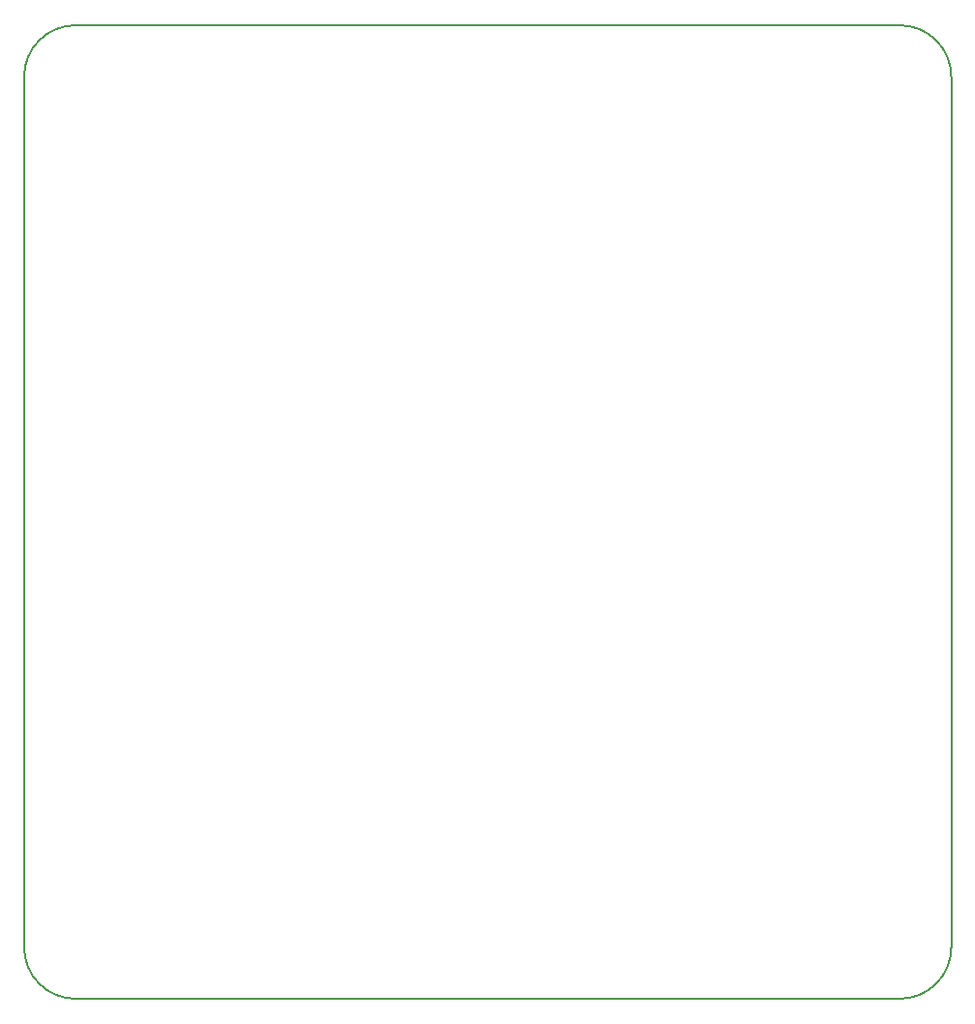
<source format=gm1>
G04 #@! TF.GenerationSoftware,KiCad,Pcbnew,(6.0.1)*
G04 #@! TF.CreationDate,2023-01-09T21:21:48+01:00*
G04 #@! TF.ProjectId,STS1_COBC_V2,53545331-5f43-44f4-9243-5f56322e6b69,rev?*
G04 #@! TF.SameCoordinates,Original*
G04 #@! TF.FileFunction,Profile,NP*
%FSLAX46Y46*%
G04 Gerber Fmt 4.6, Leading zero omitted, Abs format (unit mm)*
G04 Created by KiCad (PCBNEW (6.0.1)) date 2023-01-09 21:21:48*
%MOMM*%
%LPD*%
G01*
G04 APERTURE LIST*
G04 #@! TA.AperFunction,Profile*
%ADD10C,0.150000*%
G04 #@! TD*
G04 APERTURE END LIST*
D10*
X192600000Y-41800000D02*
X120600000Y-41800000D01*
X197100000Y-46300000D02*
G75*
G03*
X192600000Y-41800000I-4499998J2D01*
G01*
X197100000Y-122300000D02*
X197100000Y-46300000D01*
X116100000Y-122300000D02*
G75*
G03*
X120600000Y-126800000I4499998J-2D01*
G01*
X120600000Y-41800000D02*
G75*
G03*
X116100000Y-46300000I-2J-4499998D01*
G01*
X192600000Y-126800000D02*
G75*
G03*
X197100000Y-122300000I2J4499998D01*
G01*
X120600000Y-126800000D02*
X192600000Y-126800000D01*
X116100000Y-46300000D02*
X116100000Y-122300000D01*
M02*

</source>
